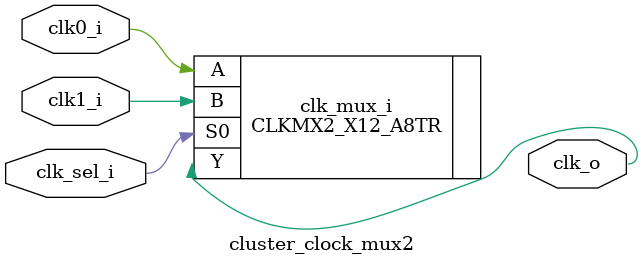
<source format=sv>


// Low VT
// CKMUX2M2W, CKMUX2M3W, CKMUX2M4W
// CKMUX2M6W, CKMUX2M8W
// CKMUX2M12W, CKMUX2M16WA

// High VT
// CKMUX2M2S, CKMUX2M3S, CKMUX2M4S
// CKMUX2M6S, CKMUX2M8S
// CKMUX2M12S, CKMUX2M16SA


module cluster_clock_mux2
(
   input  logic clk0_i,
   input  logic clk1_i,
   input  logic clk_sel_i,
   output logic clk_o
);

   CLKMX2_X12_A8TR clk_mux_i
   (
      .A(clk0_i),
      .B(clk1_i),
      .S0(clk_sel_i),
      .Y(clk_o)
   );
   
endmodule

</source>
